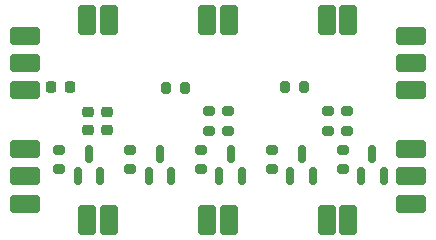
<source format=gbp>
%TF.GenerationSoftware,KiCad,Pcbnew,(6.0.4-0)*%
%TF.CreationDate,2022-05-02T21:47:31-07:00*%
%TF.ProjectId,hcms_dot_display_top,68636d73-5f64-46f7-945f-646973706c61,rev?*%
%TF.SameCoordinates,Original*%
%TF.FileFunction,Paste,Bot*%
%TF.FilePolarity,Positive*%
%FSLAX46Y46*%
G04 Gerber Fmt 4.6, Leading zero omitted, Abs format (unit mm)*
G04 Created by KiCad (PCBNEW (6.0.4-0)) date 2022-05-02 21:47:31*
%MOMM*%
%LPD*%
G01*
G04 APERTURE LIST*
G04 Aperture macros list*
%AMRoundRect*
0 Rectangle with rounded corners*
0 $1 Rounding radius*
0 $2 $3 $4 $5 $6 $7 $8 $9 X,Y pos of 4 corners*
0 Add a 4 corners polygon primitive as box body*
4,1,4,$2,$3,$4,$5,$6,$7,$8,$9,$2,$3,0*
0 Add four circle primitives for the rounded corners*
1,1,$1+$1,$2,$3*
1,1,$1+$1,$4,$5*
1,1,$1+$1,$6,$7*
1,1,$1+$1,$8,$9*
0 Add four rect primitives between the rounded corners*
20,1,$1+$1,$2,$3,$4,$5,0*
20,1,$1+$1,$4,$5,$6,$7,0*
20,1,$1+$1,$6,$7,$8,$9,0*
20,1,$1+$1,$8,$9,$2,$3,0*%
G04 Aperture macros list end*
%ADD10RoundRect,0.150000X-0.600000X-1.100000X0.600000X-1.100000X0.600000X1.100000X-0.600000X1.100000X0*%
%ADD11RoundRect,0.150000X-1.100000X0.600000X-1.100000X-0.600000X1.100000X-0.600000X1.100000X0.600000X0*%
%ADD12RoundRect,0.200000X-0.275000X0.200000X-0.275000X-0.200000X0.275000X-0.200000X0.275000X0.200000X0*%
%ADD13RoundRect,0.200000X0.275000X-0.200000X0.275000X0.200000X-0.275000X0.200000X-0.275000X-0.200000X0*%
%ADD14RoundRect,0.225000X0.225000X0.250000X-0.225000X0.250000X-0.225000X-0.250000X0.225000X-0.250000X0*%
%ADD15RoundRect,0.150000X0.150000X-0.587500X0.150000X0.587500X-0.150000X0.587500X-0.150000X-0.587500X0*%
%ADD16RoundRect,0.225000X0.250000X-0.225000X0.250000X0.225000X-0.250000X0.225000X-0.250000X-0.225000X0*%
%ADD17RoundRect,0.200000X-0.200000X-0.275000X0.200000X-0.275000X0.200000X0.275000X-0.200000X0.275000X0*%
%ADD18RoundRect,0.200000X0.200000X0.275000X-0.200000X0.275000X-0.200000X-0.275000X0.200000X-0.275000X0*%
G04 APERTURE END LIST*
D10*
X149210000Y-114530000D03*
X151010000Y-114530000D03*
X159360000Y-114530000D03*
X161160000Y-114530000D03*
X169510000Y-114530000D03*
X171310000Y-114530000D03*
D11*
X143940000Y-98985000D03*
X143940000Y-101285000D03*
X143940000Y-103585000D03*
X143940000Y-108585000D03*
X143940000Y-110885000D03*
X143940000Y-113185000D03*
X176580000Y-113185000D03*
X176580000Y-110885000D03*
X176580000Y-108585000D03*
X176580000Y-103585000D03*
X176580000Y-101285000D03*
X176580000Y-98985000D03*
D10*
X149210000Y-97640000D03*
X151010000Y-97640000D03*
X159360000Y-97640000D03*
X161160000Y-97640000D03*
X169510000Y-97640000D03*
X171310000Y-97640000D03*
D12*
X161090000Y-105365000D03*
X161090000Y-107015000D03*
D13*
X152840000Y-110265000D03*
X152840000Y-108615000D03*
D14*
X147715000Y-103340000D03*
X146165000Y-103340000D03*
D13*
X164840000Y-110265000D03*
X164840000Y-108615000D03*
D15*
X162290000Y-110827500D03*
X160390000Y-110827500D03*
X161340000Y-108952500D03*
D16*
X149290000Y-106965000D03*
X149290000Y-105415000D03*
D13*
X146840000Y-110265000D03*
X146840000Y-108615000D03*
D15*
X150290000Y-110827500D03*
X148390000Y-110827500D03*
X149340000Y-108952500D03*
D17*
X165915000Y-103340000D03*
X167565000Y-103340000D03*
D15*
X168290000Y-110827500D03*
X166390000Y-110827500D03*
X167340000Y-108952500D03*
X156290000Y-110827500D03*
X154390000Y-110827500D03*
X155340000Y-108952500D03*
D13*
X158840000Y-110265000D03*
X158840000Y-108615000D03*
X170840000Y-110265000D03*
X170840000Y-108615000D03*
D12*
X159490000Y-105365000D03*
X159490000Y-107015000D03*
D18*
X157490000Y-103390000D03*
X155840000Y-103390000D03*
D15*
X174290000Y-110827500D03*
X172390000Y-110827500D03*
X173340000Y-108952500D03*
D13*
X169590000Y-107015000D03*
X169590000Y-105365000D03*
D16*
X150890000Y-106965000D03*
X150890000Y-105415000D03*
D13*
X171190000Y-107015000D03*
X171190000Y-105365000D03*
M02*

</source>
